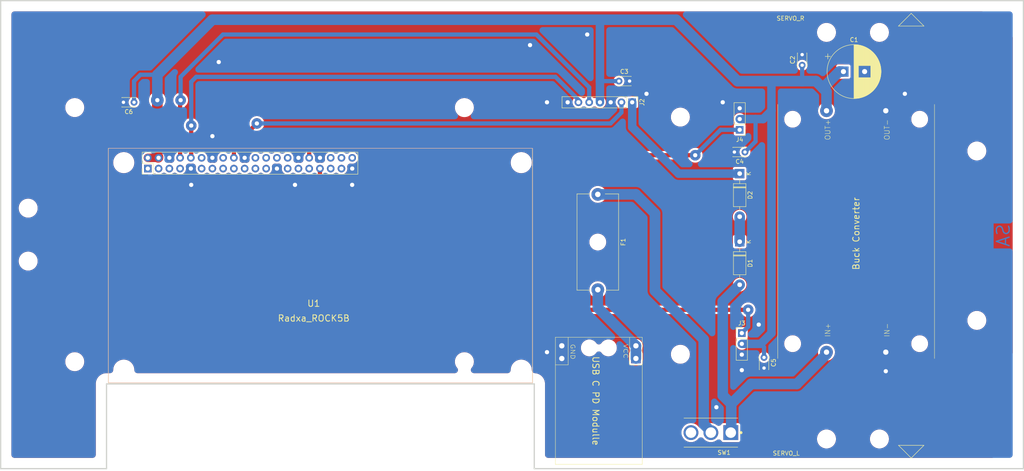
<source format=kicad_pcb>
(kicad_pcb (version 20240108) (generator "pcbnew") (generator_version "8.0")
  (title_block (title "Delta Bot PCB Chassis"))
  (layers (0 "F.Cu" signal) (31 "B.Cu" signal) (34 "B.Paste" user) (35 "F.Paste" user) (36 "B.SilkS" user "B.Silkscreen") (37 "F.SilkS" user "F.Silkscreen") (38 "B.Mask" user) (39 "F.Mask" user) (44 "Edge.Cuts" user))
  (net 0 "")
  (net 1 "GND")
  (net 2 "Net-(J1-VCC)")
  (net 4 "Net-(SW1-B)")
  (net 10 "LIDAR_TX")
  (net 17 "MOTO_CTRL")
  (net 25 "PWM_L")
  (net 26 "+5V")
  (net 27 "LIDAR_RX")
  (net 35 "PWM_R")
  (net 36 "Net-(D2-K)")
  (net 37 "Net-(D1-K)")
  (net 38 "+9V")
  (footprint "deltabot:C_Disc_D3.0mm_W2.0mm_P2.50mm" (layer "F.Cu") (at 202.75 71.75 180)
    (property "Reference" "C4" (at 1.25 -2.25 0) (layer "F.SilkS"))
    (property "Value" "1uF")
    (pad "1" thru_hole circle (at 0 0 180) (size 1.6 1.6) (drill 0.8) (layers "*.Cu" "*.Mask") (net 26 "+5V"))
    (pad "2" thru_hole circle (at 2.5 0 180) (size 1.6 1.6) (drill 0.8) (layers "*.Cu" "*.Mask") (net 1 "GND"))
  )
  (footprint "MountingHole:MountingHole_3.5mm" (layer "F.Cu") (at 136.5 121.25 90)
    (property "Reference" "REF**" (hide yes))
    (property "Value" "MountingHole_3.5mm")
    (pad "" np_thru_hole circle (at 0 0 90) (size 3.5 3.5) (drill 3.5) (layers "*.Cu" "*.Mask"))
  )
  (footprint "MountingHole:MountingHole_3.5mm" (layer "F.Cu") (at 187.5 119.5 180)
    (property "Reference" "REF**" (hide yes))
    (property "Value" "MountingHole_3.5mm")
    (pad "" np_thru_hole circle (at 0 0 180) (size 3.5 3.5) (drill 3.5) (layers "*.Cu" "*.Mask"))
  )
  (footprint "MountingHole:MountingHole_3.5mm" (layer "F.Cu") (at 222 139.5 180)
    (property "Reference" "REF\\" (hide yes))
    (property "Value" "MountingHole_3.5mm")
    (pad "" np_thru_hole circle (at 0 0 180) (size 3.5 3.5) (drill 3.5) (layers "*.Cu" "*.Mask"))
  )
  (footprint "deltabot:PinHeader_1x03_P2.54mm_Vertical" (layer "F.Cu") (at 202 114.5)
    (property "Reference" "J3" (at 0 -2.33 0) (layer "F.SilkS"))
    (property "Value" "MOTOR_L")
    (pad "1" thru_hole rect (at 0 0) (size 1.8 1.8) (drill 1) (layers "*.Cu" "*.Mask") (net 25 "PWM_L"))
    (pad "2" thru_hole oval (at 0 2.54) (size 1.8 1.8) (drill 1) (layers "*.Cu" "*.Mask") (net 26 "+5V"))
    (pad "3" thru_hole oval (at 0 5.08) (size 1.8 1.8) (drill 1) (layers "*.Cu" "*.Mask") (net 1 "GND"))
  )
  (footprint "MountingHole:MountingHole_3.5mm" (layer "F.Cu") (at 257.5 111.5 180)
    (property "Reference" "REF**" (hide yes))
    (property "Value" "MountingHole_3.5mm")
    (pad "" np_thru_hole circle (at 0 0 180) (size 3.5 3.5) (drill 3.5) (layers "*.Cu" "*.Mask"))
  )
  (footprint "deltabot:ROCK_5B" (layer "F.Cu") (at 100.925 109)
    (property "Reference" "U1" (at 0 -1.5 0) (layer "F.SilkS") (effects (font (size 1.5 1.5) (thickness 0.2))))
    (property "Value" "Radxa_ROCK5B" (at 0 2 0) (layer "F.SilkS") (effects (font (size 1.5 1.5) (thickness 0.2))))
    (pad "" np_thru_hole circle (at -44.85 -34.75) (size 4 4) (drill 4) (layers "F&B.Cu" "*.Mask"))
    (pad "" np_thru_hole circle (at -44.85 14.25) (size 4 4) (drill 4) (layers "F&B.Cu" "*.Mask"))
    (pad "" np_thru_hole circle (at 49 -34.75) (size 4 4) (drill 4) (layers "F&B.Cu" "*.Mask"))
    (pad "" np_thru_hole circle (at 49 14.25) (size 4 4) (drill 4) (layers "F&B.Cu" "*.Mask"))
    (pad "1" thru_hole rect (at -39.17 -33.345 90) (size 1.8 1.8) (drill 1) (layers "*.Cu" "*.Mask"))
    (pad "2" thru_hole oval (at -39.17 -35.885 90) (size 1.8 1.8) (drill 1) (layers "*.Cu" "*.Mask") (net 26 "+5V"))
    (pad "3" thru_hole oval (at -36.63 -33.345 90) (size 1.8 1.8) (drill 1) (layers "*.Cu" "*.Mask"))
    (pad "4" thru_hole oval (at -36.63 -35.885 90) (size 1.8 1.8) (drill 1) (layers "*.Cu" "*.Mask") (net 26 "+5V"))
    (pad "5" thru_hole oval (at -34.09 -33.345 90) (size 1.8 1.8) (drill 1) (layers "*.Cu" "*.Mask"))
    (pad "6" thru_hole oval (at -34.09 -35.885 90) (size 1.8 1.8) (drill 1) (layers "*.Cu" "*.Mask") (net 1 "GND"))
    (pad "7" thru_hole oval (at -31.55 -33.345 90) (size 1.8 1.8) (drill 1) (layers "*.Cu" "*.Mask"))
    (pad "8" thru_hole oval (at -31.55 -35.885 90) (size 1.8 1.8) (drill 1) (layers "*.Cu" "*.Mask") (net 10 "LIDAR_TX"))
    (pad "9" thru_hole oval (at -29.01 -33.345 90) (size 1.8 1.8) (drill 1) (layers "*.Cu" "*.Mask") (net 1 "GND"))
    (pad "10" thru_hole oval (at -29.01 -35.885 90) (size 1.8 1.8) (drill 1) (layers "*.Cu" "*.Mask") (net 27 "LIDAR_RX"))
    (pad "11" thru_hole oval (at -26.47 -33.345 90) (size 1.8 1.8) (drill 1) (layers "*.Cu" "*.Mask"))
    (pad "12" thru_hole oval (at -26.47 -35.885 90) (size 1.8 1.8) (drill 1) (layers "*.Cu" "*.Mask"))
    (pad "13" thru_hole oval (at -23.93 -33.345 90) (size 1.8 1.8) (drill 1) (layers "*.Cu" "*.Mask"))
    (pad "14" thru_hole oval (at -23.93 -35.885 90) (size 1.8 1.8) (drill 1) (layers "*.Cu" "*.Mask") (net 1 "GND"))
    (pad "15" thru_hole oval (at -21.39 -33.345 90) (size 1.8 1.8) (drill 1) (layers "*.Cu" "*.Mask"))
    (pad "16" thru_hole oval (at -21.39 -35.885 90) (size 1.8 1.8) (drill 1) (layers "*.Cu" "*.Mask"))
    (pad "17" thru_hole oval (at -18.85 -33.345 90) (size 1.8 1.8) (drill 1) (layers "*.Cu" "*.Mask"))
    (pad "18" thru_hole oval (at -18.85 -35.885 90) (size 1.8 1.8) (drill 1) (layers "*.Cu" "*.Mask") (net 17 "MOTO_CTRL"))
    (pad "19" thru_hole oval (at -16.31 -33.345 90) (size 1.8 1.8) (drill 1) (layers "*.Cu" "*.Mask"))
    (pad "20" thru_hole oval (at -16.31 -35.885 90) (size 1.8 1.8) (drill 1) (layers "*.Cu" "*.Mask") (net 1 "GND"))
    (pad "21" thru_hole oval (at -13.77 -33.345 90) (size 1.8 1.8) (drill 1) (layers "*.Cu" "*.Mask"))
    (pad "22" thru_hole oval (at -13.77 -35.885 90) (size 1.8 1.8) (drill 1) (layers "*.Cu" "*.Mask"))
    (pad "23" thru_hole oval (at -11.23 -33.345 90) (size 1.8 1.8) (drill 1) (layers "*.Cu" "*.Mask"))
    (pad "24" thru_hole oval (at -11.23 -35.885 90) (size 1.8 1.8) (drill 1) (layers "*.Cu" "*.Mask"))
    (pad "25" thru_hole oval (at -8.69 -33.345 90) (size 1.8 1.8) (drill 1) (layers "*.Cu" "*.Mask") (net 1 "GND"))
    (pad "26" thru_hole oval (at -8.69 -35.885 90) (size 1.8 1.8) (drill 1) (layers "*.Cu" "*.Mask"))
    (pad "27" thru_hole oval (at -6.15 -33.345 90) (size 1.8 1.8) (drill 1) (layers "*.Cu" "*.Mask"))
    (pad "28" thru_hole oval (at -6.15 -35.885 90) (size 1.8 1.8) (drill 1) (layers "*.Cu" "*.Mask"))
    (pad "29" thru_hole oval (at -3.61 -33.345 90) (size 1.8 1.8) (drill 1) (layers "*.Cu" "*.Mask"))
    (pad "30" thru_hole oval (at -3.61 -35.885 90) (size 1.8 1.8) (drill 1) (layers "*.Cu" "*.Mask") (net 1 "GND"))
    (pad "31" thru_hole oval (at -1.07 -33.345 90) (size 1.8 1.8) (drill 1) (layers "*.Cu" "*.Mask"))
    (pad "32" thru_hole oval (at -1.07 -35.885 90) (size 1.8 1.8) (drill 1) (layers "*.Cu" "*.Mask") (net 35 "PWM_R"))
    (pad "33" thru_hole oval (at 1.47 -33.345 90) (size 1.8 1.8) (drill 1) (layers "*.Cu" "*.Mask") (net 25 "PWM_L"))
    (pad "34" thru_hole oval (at 1.47 -35.885 90) (size 1.8 1.8) (drill 1) (layers "*.Cu" "*.Mask") (net 1 "GND"))
    (pad "35" thru_hole oval (at 4.01 -33.345 90) (size 1.8 1.8) (drill 1) (layers "*.Cu" "*.Mask"))
    (pad "36" thru_hole oval (at 4.01 -35.885 90) (size 1.8 1.8) (drill 1) (layers "*.Cu" "*.Mask"))
    (pad "37" thru_hole oval (at 6.55 -33.345 90) (size 1.8 1.8) (drill 1) (layers "*.Cu" "*.Mask"))
    (pad "38" thru_hole oval (at 6.55 -35.885 90) (size 1.8 1.8) (drill 1) (layers "*.Cu" "*.Mask"))
    (pad "39" thru_hole oval (at 9.09 -33.345 90) (size 1.8 1.8) (drill 1) (layers "*.Cu" "*.Mask") (net 1 "GND"))
    (pad "40" thru_hole oval (at 9.09 -35.885 90) (size 1.8 1.8) (drill 1) (layers "*.Cu" "*.Mask"))
  )
  (footprint "MountingHole:MountingHole_3.5mm" (layer "F.Cu") (at 257.5 71.5 180)
    (property "Reference" "REF**" (hide yes))
    (property "Value" "MountingHole_3.5mm")
    (pad "" np_thru_hole circle (at 0 0 180) (size 3.5 3.5) (drill 3.5) (layers "*.Cu" "*.Mask"))
  )
  (footprint "MountingHole:MountingHole_3.5mm" (layer "F.Cu") (at 33.5 85 90)
    (property "Reference" "REF**" (hide yes))
    (property "Value" "MountingHole_3.5mm")
    (pad "" np_thru_hole circle (at 0 0 90) (size 3.5 3.5) (drill 3.5) (layers "*.Cu" "*.Mask"))
  )
  (footprint "deltabot:D_DO-41_SOD81_P10.16mm_Horizontal" (layer "F.Cu") (at 201.5 76.84 -90)
    (property "Reference" "D2" (at 5.08 -2.47 -90) (layer "F.SilkS"))
    (property "Value" "D")
    (fp_text user "K" (at 0 -2.1 -90) (layer "F.SilkS"))
    (pad "1" thru_hole rect (at 0 0 270) (size 2.2 2.2) (drill 1.1) (layers "*.Cu" "*.Mask") (net 36 "Net-(D2-K)"))
    (pad "2" thru_hole oval (at 10.16 0 270) (size 2.2 2.2) (drill 1.1) (layers "*.Cu" "*.Mask") (net 37 "Net-(D1-K)"))
  )
  (footprint "MountingHole:MountingHole_3.5mm" (layer "F.Cu") (at 44.5 121.25 90)
    (property "Reference" "REF**" (hide yes))
    (property "Value" "MountingHole_3.5mm")
    (pad "" np_thru_hole circle (at 0 0 90) (size 3.5 3.5) (drill 3.5) (layers "*.Cu" "*.Mask"))
  )
  (footprint "MountingHole:MountingHole_3.5mm" (layer "F.Cu") (at 136.5 61.25 90)
    (property "Reference" "REF**" (hide yes))
    (property "Value" "MountingHole_3.5mm")
    (pad "" np_thru_hole circle (at 0 0 90) (size 3.5 3.5) (drill 3.5) (layers "*.Cu" "*.Mask"))
  )
  (footprint "deltabot:BUCK_CONV" (layer "F.Cu") (at 229 91 90)
    (property "Reference" "U2")
    (property "Value" "Buck Converter" (at 0 0 90) (layer "F.SilkS") (effects (font (size 1.5 1.5) (thickness 0.2))))
    (fp_text user "IN-" (at -24.5 8 90) (layer "F.SilkS") (effects (font (size 1.2 1.2) (thickness 0.1)) (justify left bottom)))
    (fp_text user "OUT+" (at 22 -6 90) (layer "F.SilkS") (effects (font (size 1.2 1.2) (thickness 0.1)) (justify left bottom)))
    (fp_text user "OUT-" (at 22 8 90) (layer "F.SilkS") (effects (font (size 1.2 1.2) (thickness 0.1)) (justify left bottom)))
    (fp_text user "IN+" (at -24.5 -6 90) (layer "F.SilkS") (effects (font (size 1.2 1.2) (thickness 0.1)) (justify left bottom)))
    (pad "" np_thru_hole circle (at -26 -15 90) (size 3 3) (drill 3) (layers "F&B.Cu"))
    (pad "" np_thru_hole circle (at -26 15 90) (size 3 3) (drill 3) (layers "F&B.Cu"))
    (pad "" np_thru_hole circle (at 27 -15 90) (size 3 3) (drill 3) (layers "F&B.Cu"))
    (pad "" np_thru_hole circle (at 27 15 90) (size 3 3) (drill 3) (layers "F&B.Cu"))
    (pad "1" thru_hole circle (at -28 -7 90) (size 3 3) (drill 1.25) (layers "*.Cu" "*.Mask") (net 38 "+9V"))
    (pad "2" thru_hole circle (at -28 7 90) (size 3 3) (drill 1.25) (layers "*.Cu" "*.Mask") (net 1 "GND"))
    (pad "3" thru_hole circle (at 29 -7 90) (size 3 3) (drill 1.25) (layers "*.Cu" "*.Mask") (net 26 "+5V"))
    (pad "4" thru_hole circle (at 29 7 90) (size 3 3) (drill 1.25) (layers "*.Cu" "*.Mask") (net 1 "GND"))
  )
  (footprint "deltabot:USB_C" (layer "F.Cu") (at 168.5 130.5 -90)
    (property "Reference" "J1")
    (property "Value" "USB C PD Modulle" (at 0 1 -90) (layer "F.SilkS") (effects (font (size 1.5 1.5) (thickness 0.2))))
    (fp_text user "VCC" (at -13.5 -5.5 -90) (layer "F.SilkS") (effects (font (size 1 1.2) (thickness 0.1)) (justify left bottom)))
    (fp_text user "GND" (at -13.5 7 -90) (layer "F.SilkS") (effects (font (size 1 1.2) (thickness 0.1)) (justify left bottom)))
    (pad "" np_thru_hole circle (at -12.5 -2 270) (size 3 3) (drill 3) (layers "F&B.Cu" "*.Mask"))
    (pad "" np_thru_hole circle (at -12.5 2.5 270) (size 2.5 2.5) (drill 3) (layers "F&B.Cu" "*.Mask"))
    (pad "1" thru_hole circle (at -13 -8.5 270) (size 2.25 2.25) (drill 1.25) (layers "*.Cu" "*.Mask") (net 2 "Net-(J1-VCC)"))
    (pad "1" thru_hole rect (at -10 -8.5 270) (size 2.25 2.25) (drill 1.25) (layers "*.Cu" "*.Mask") (net 2 "Net-(J1-VCC)"))
    (pad "2" thru_hole circle (at -13 9 270) (size 2.25 2.25) (drill 1.25) (layers "*.Cu" "*.Mask") (net 1 "GND"))
    (pad "2" thru_hole rect (at -10 9 270) (size 2.25 2.25) (drill 1.25) (layers "*.Cu" "*.Mask") (net 1 "GND"))
  )
  (footprint "deltabot:D_DO-41_SOD81_P10.16mm_Horizontal" (layer "F.Cu") (at 201.5 92.92 -90)
    (property "Reference" "D1" (at 5.08 -2.47 -90) (layer "F.SilkS"))
    (property "Value" "D")
    (fp_text user "K" (at 0 -2.1 -90) (layer "F.SilkS"))
    (pad "1" thru_hole rect (at 0 0 270) (size 2.2 2.2) (drill 1.1) (layers "*.Cu" "*.Mask") (net 37 "Net-(D1-K)"))
    (pad "2" thru_hole oval (at 10.16 0 270) (size 2.2 2.2) (drill 1.1) (layers "*.Cu" "*.Mask") (net 38 "+9V"))
  )
  (footprint "deltabot:C_Disc_D3.0mm_W2.0mm_P2.50mm" (layer "F.Cu") (at 173 55)
    (property "Reference" "C3" (at 1.25 -2.25 0) (layer "F.SilkS"))
    (property "Value" "1uF")
    (pad "1" thru_hole circle (at 0 0) (size 1.6 1.6) (drill 0.8) (layers "*.Cu" "*.Mask") (net 26 "+5V"))
    (pad "2" thru_hole circle (at 2.5 0) (size 1.6 1.6) (drill 0.8) (layers "*.Cu" "*.Mask") (net 1 "GND"))
  )
  (footprint "deltabot:PinHeader_1x03_P2.54mm_Vertical" (layer "F.Cu") (at 201.5 66.5 180)
    (property "Reference" "J4" (at 0 -2.33 180) (layer "F.SilkS"))
    (property "Value" "MOTOR_R")
    (pad "1" thru_hole rect (at 0 0 180) (size 1.8 1.8) (drill 1) (layers "*.Cu" "*.Mask") (net 35 "PWM_R"))
    (pad "2" thru_hole oval (at 0 2.54 180) (size 1.8 1.8) (drill 1) (layers "*.Cu" "*.Mask") (net 26 "+5V"))
    (pad "3" thru_hole oval (at 0 5.08 180) (size 1.8 1.8) (drill 1) (layers "*.Cu" "*.Mask") (net 1 "GND"))
  )
  (footprint "MountingHole:MountingHole_3.5mm" (layer "F.Cu") (at 33.5 97.5 90)
    (property "Reference" "REF**" (hide yes))
    (property "Value" "MountingHole_3.5mm")
    (pad "" np_thru_hole circle (at 0 0 90) (size 3.5 3.5) (drill 3.5) (layers "*.Cu" "*.Mask"))
  )
  (footprint "deltabot:C_Disc_D3.0mm_W2.0mm_P2.50mm" (layer "F.Cu") (at 207.25 120.25 -90)
    (property "Reference" "C5" (at 1.25 -2.25 90) (layer "F.SilkS"))
    (property "Value" "1uF")
    (pad "1" thru_hole circle (at 0 0 270) (size 1.6 1.6) (drill 0.8) (layers "*.Cu" "*.Mask") (net 26 "+5V"))
    (pad "2" thru_hole circle (at 2.5 0 270) (size 1.6 1.6) (drill 0.8) (layers "*.Cu" "*.Mask") (net 1 "GND"))
  )
  (footprint "MountingHole:MountingHole_3.5mm" (layer "F.Cu") (at 234.5 139.5 180)
    (property "Reference" "REF**" (hide yes))
    (property "Value" "MountingHole_3.5mm")
    (pad "" np_thru_hole circle (at 0 0 180) (size 3.5 3.5) (drill 3.5) (layers "*.Cu" "*.Mask"))
  )
  (footprint "MountingHole:MountingHole_3.5mm" (layer "F.Cu") (at 187.5 63.5 180)
    (property "Reference" "REF**" (hide yes))
    (property "Value" "MountingHole_3.5mm")
    (pad "" np_thru_hole circle (at 0 0 180) (size 3.5 3.5) (drill 3.5) (layers "*.Cu" "*.Mask"))
  )
  (footprint "deltabot:C_Disc_D3.0mm_W2.0mm_P2.50mm" (layer "F.Cu") (at 216.25 51.25 90)
    (property "Reference" "C2" (at 1.25 -2.25 90) (layer "F.SilkS"))
    (property "Value" "1uF")
    (pad "1" thru_hole circle (at 0 0 90) (size 1.6 1.6) (drill 0.8) (layers "*.Cu" "*.Mask") (net 26 "+5V"))
    (pad "2" thru_hole circle (at 2.5 0 90) (size 1.6 1.6) (drill 0.8) (layers "*.Cu" "*.Mask") (net 1 "GND"))
  )
  (footprint "MountingHole:MountingHole_3.5mm" (layer "F.Cu") (at 222 43.5 180)
    (property "Reference" "REF**" (hide yes))
    (property "Value" "MountingHole_3.5mm")
    (pad "" np_thru_hole circle (at 0 0 180) (size 3.5 3.5) (drill 3.5) (layers "*.Cu" "*.Mask"))
  )
  (footprint "deltabot:Fuseholder_Cylinder-5x20mm_Schurter_0031_8201_Horizontal_Open" (layer "F.Cu") (at 168 81.75 -90)
    (property "Reference" "F1" (at 11.25 -6 -90) (layer "F.SilkS"))
    (property "Value" "Fuse")
    (pad "" np_thru_hole circle (at 11.25 0 270) (size 3 3) (drill 3) (layers "F&B.Cu" "*.Mask"))
    (pad "1" thru_hole circle (at 0 0 270) (size 3 3) (drill 1.3) (layers "*.Cu" "*.Mask") (net 4 "Net-(SW1-B)"))
    (pad "2" thru_hole circle (at 22.5 0 270) (size 3 3) (drill 1.3) (layers "*.Cu" "*.Mask") (net 2 "Net-(J1-VCC)"))
  )
  (footprint "deltabot:TE_4-1825136-5" (layer "F.Cu") (at 194.699 138 180)
    (property "Reference" "SW1" (at -3.11633 -4.71201 180) (layer "F.SilkS") (effects (font (size 1.000425 1.000425))))
    (property "Value" "SW_SPDT")
    (pad "1" thru_hole rect (at -4.699 0 180) (size 3.5 3.5) (drill 2.5) (layers "*.Cu" "*.Mask") (net 38 "+9V"))
    (pad "2" thru_hole circle (at 0 0 180) (size 3.5 3.5) (drill 2.5) (layers "*.Cu" "*.Mask") (net 4 "Net-(SW1-B)"))
    (pad "3" thru_hole circle (at 4.699 0 180) (size 3.5 3.5) (drill 2.5) (layers "*.Cu" "*.Mask"))
  )
  (footprint "deltabot:PinHeader_1x07_P2.54mm_Vertical" (layer "F.Cu") (at 176.125 60 -90)
    (property "Reference" "J2" (at 0 -2.33 -90) (layer "F.SilkS"))
    (property "Value" "LIDAR")
    (pad "1" thru_hole rect (at 0 0 270) (size 1.8 1.8) (drill 1) (layers "*.Cu" "*.Mask") (net 36 "Net-(D2-K)"))
    (pad "2" thru_hole oval (at 0 2.54 270) (size 1.8 1.8) (drill 1) (layers "*.Cu" "*.Mask") (net 17 "MOTO_CTRL"))
    (pad "3" thru_hole oval (at 0 5.08 270) (size 1.8 1.8) (drill 1) (layers "*.Cu" "*.Mask") (net 1 "GND"))
    (pad "4" thru_hole oval (at 0 7.62 270) (size 1.8 1.8) (drill 1) (layers "*.Cu" "*.Mask") (net 26 "+5V"))
    (pad "5" thru_hole oval (at 0 10.16 270) (size 1.8 1.8) (drill 1) (layers "*.Cu" "*.Mask") (net 10 "LIDAR_TX"))
    (pad "6" thru_hole oval (at 0 12.7 270) (size 1.8 1.8) (drill 1) (layers "*.Cu" "*.Mask") (net 27 "LIDAR_RX"))
    (pad "7" thru_hole oval (at 0 15.24 270) (size 1.8 1.8) (drill 1) (layers "*.Cu" "*.Mask") (net 1 "GND"))
  )
  (footprint "MountingHole:MountingHole_3.5mm" (layer "F.Cu") (at 44.5 61.25 90)
    (property "Reference" "REF**" (hide yes))
    (property "Value" "MountingHole_3.5mm")
    (pad "" np_thru_hole circle (at 0 0 90) (size 3.5 3.5) (drill 3.5) (layers "*.Cu" "*.Mask"))
  )
  (footprint "MountingHole:MountingHole_3.5mm" (layer "F.Cu") (at 234.5 43.5 180)
    (property "Reference" "REF**" (hide yes))
    (property "Value" "MountingHole_3.5mm")
    (pad "" np_thru_hole circle (at 0 0 180) (size 3.5 3.5) (drill 3.5) (layers "*.Cu" "*.Mask"))
  )
  (footprint "deltabot:CP_Radial_D12.5mm_P5.00mm" (layer "F.Cu") (at 226 52.75)
    (property "Reference" "C1" (at 2.5 -7.5 0) (layer "F.SilkS"))
    (property "Value" "2200uF")
    (pad "1" thru_hole rect (at 0 0) (size 2.4 2.4) (drill 1.2) (layers "*.Cu" "*.Mask") (net 26 "+5V"))
    (pad "2" thru_hole circle (at 5 0) (size 2.4 2.4) (drill 1.2) (layers "*.Cu" "*.Mask") (net 1 "GND"))
  )
  (footprint "deltabot:C_Disc_D3.0mm_W2.0mm_P2.50mm" (layer "F.Cu") (at 58.5 60 180)
    (property "Reference" "C6" (at 1.25 -2.25 0) (layer "F.SilkS"))
    (property "Value" "1uF")
    (pad "1" thru_hole circle (at 0 0 180) (size 1.6 1.6) (drill 0.8) (layers "*.Cu" "*.Mask") (net 26 "+5V"))
    (pad "2" thru_hole circle (at 2.5 0 180) (size 1.6 1.6) (drill 0.8) (layers "*.Cu" "*.Mask") (net 1 "GND"))
  )
  (gr_line (start 239 141) (end 242 144) (stroke (width 0.12)) (layer "F.SilkS"))
  (gr_line (start 245 42) (end 242 39) (stroke (width 0.12)) (layer "F.SilkS"))
  (gr_line (start 242 39) (end 239 42) (stroke (width 0.12)) (layer "F.SilkS"))
  (gr_line (start 239 42) (end 245 42) (stroke (width 0.12)) (layer "F.SilkS"))
  (gr_line (start 245 141) (end 239 141) (stroke (width 0.12)) (layer "F.SilkS"))
  (gr_line (start 242 144) (end 245 141) (stroke (width 0.12)) (layer "F.SilkS"))
  (gr_line (start 52 126.5) (end 153 126.5) (stroke (width 0.3)) (layer "Edge.Cuts"))
  (gr_line (start 52 146.5) (end 27 146.5) (stroke (width 0.3)) (layer "Edge.Cuts"))
  (gr_line (start 268.5 36) (end 268.5 146.5) (stroke (width 0.3)) (layer "Edge.Cuts"))
  (gr_line (start 153 126.5) (end 153 146.5) (stroke (width 0.3)) (layer "Edge.Cuts"))
  (gr_line (start 268.5 146.5) (end 153 146.5) (stroke (width 0.3)) (layer "Edge.Cuts"))
  (gr_line (start 27 146.5) (end 27 36) (stroke (width 0.3)) (layer "Edge.Cuts"))
  (gr_line (start 52 146.5) (end 52 126.5) (stroke (width 0.3)) (layer "Edge.Cuts"))
  (gr_line (start 27 36) (end 268.5 36) (stroke (width 0.3)) (layer "Edge.Cuts"))
  (gr_text "Δ\n" (at 266 44 90) (layer "F.Cu") (effects (font (size 5 4) (thickness 0.8) (bold yes)) (justify left bottom)))
  (gr_text "Delta-Bot" (at 266 143.5 90) (layer "F.Cu") (effects (font (size 3 3) (thickness 0.6) (bold yes)) (justify left bottom)))
  (gr_text "OFF\n" (at 202.5 140 0) (layer "F.Cu") (effects (font (size 3 2) (thickness 0.3)) (justify left bottom)))
  (gr_text "ON\n" (at 182 140 0) (layer "F.Cu") (effects (font (size 3 2) (thickness 0.3)) (justify left bottom)))
  (gr_text "SA" (at 265.5 88.5 90) (layer "B.Cu") (effects (font (size 3 3) (thickness 0.3)) (justify left bottom mirror)))
  (gr_text "SERVO_L\n\n\n" (at 212.5 144.5 0) (layer "F.SilkS") (effects (font (size 1 1))))
  (gr_text "SERVO_R\n\n" (at 213.5 41 0) (layer "F.SilkS") (effects (font (size 1 1))))
  (via (at 156 60) (size 2.5) (drill 1) (layers "F.Cu" "B.Cu") (net 1))
  (via (at 72 79.5) (size 2.5) (drill 1) (layers "F.Cu" "B.Cu") (net 1))
  (via (at 236 123.5) (size 2.5) (drill 1) (layers "F.Cu" "B.Cu") (net 1))
  (via (at 202 123.25) (size 2.5) (drill 1) (layers "F.Cu" "B.Cu") (net 1))
  (via (at 206 112.5) (size 2.5) (drill 1) (layers "F.Cu" "B.Cu") (net 1))
  (via (at 165.5 44) (size 2.5) (drill 1) (layers "F.Cu" "B.Cu") (net 1))
  (via (at 152 46.5) (size 2.5) (drill 1) (layers "F.Cu" "B.Cu") (net 1))
  (via (at 78.5 50.5) (size 2.5) (drill 1) (layers "F.Cu" "B.Cu") (net 1))
  (via (at 240.5 58) (size 2.5) (drill 1) (layers "F.Cu" "B.Cu") (net 1))
  (via (at 196 132) (size 2.5) (drill 1) (layers "F.Cu" "B.Cu") (net 1))
  (via (at 110 79.5) (size 2.5) (drill 1) (layers "F.Cu" "B.Cu") (net 1))
  (via (at 179.5 58) (size 2.5) (drill 1) (layers "F.Cu" "B.Cu") (net 1))
  (via (at 77 68) (size 2.5) (drill 1) (layers "F.Cu" "B.Cu") (net 1))
  (via (at 197.5 60) (size 2.5) (drill 1) (layers "F.Cu" "B.Cu") (net 1))
  (via (at 156 119) (size 2.5) (drill 1) (layers "F.Cu" "B.Cu") (net 1))
  (via (at 96.5 79.5) (size 2.5) (drill 1) (layers "F.Cu" "B.Cu") (net 1))
  (segment (start 230.75 52.75) (end 236 58) (width 2.5) (layer "B.Cu") (net 1))
  (segment (start 236 58) (end 236 62) (width 2.5) (layer "B.Cu") (net 1))
  (segment (start 168 104.25) (end 168 108.5) (width 2.5) (layer "B.Cu") (net 2))
  (segment (start 177 117.5) (end 177 120.5) (width 2.5) (layer "B.Cu") (net 2))
  (segment (start 168 108.5) (end 177 117.5) (width 2.5) (layer "B.Cu") (net 2))
  (segment (start 181.5 104.5) (end 181.5 86.25) (width 2.5) (layer "B.Cu") (net 4))
  (segment (start 194.5 137.5) (end 193 136) (width 2.5) (layer "B.Cu") (net 4))
  (segment (start 181.5 86.25) (end 177 81.75) (width 2.5) (layer "B.Cu") (net 4))
  (segment (start 193 136) (end 193 116) (width 2.5) (layer "B.Cu") (net 4))
  (segment (start 193 116) (end 181.5 104.5) (width 2.5) (layer "B.Cu") (net 4))
  (segment (start 177 81.75) (end 168 81.75) (width 2.5) (layer "B.Cu") (net 4))
  (segment (start 69.375 59.625) (end 69.375 73.115) (width 1) (layer "F.Cu") (net 10))
  (segment (start 69.5 59.5) (end 69.375 59.625) (width 1) (layer "F.Cu") (net 10))
  (via (at 69.5 59.5) (size 2.5) (drill 1) (layers "F.Cu" "B.Cu") (net 10))
  (segment (start 79.5 44) (end 153.5 44) (width 1) (layer "B.Cu") (net 10))
  (segment (start 165.965 56.465) (end 165.965 60) (width 1) (layer "B.Cu") (net 10))
  (segment (start 69.5 54) (end 79.5 44) (width 1) (layer "B.Cu") (net 10))
  (segment (start 153.5 44) (end 165.965 56.465) (width 1) (layer "B.Cu") (net 10))
  (segment (start 69.5 59.5) (end 69.5 54) (width 1) (layer "B.Cu") (net 10))
  (segment (start 82.075 70.425) (end 82.075 73.115) (width 1) (layer "F.Cu") (net 17))
  (segment (start 87.5 65) (end 82.075 70.425) (width 1) (layer "F.Cu") (net 17))
  (via (at 87.5 65) (size 2.5) (drill 1) (layers "F.Cu" "B.Cu") (net 17))
  (segment (start 173.585 62.415) (end 173.585 60) (width 1) (layer "B.Cu") (net 17))
  (segment (start 171 65) (end 173.585 62.415) (width 1) (layer "B.Cu") (net 17))
  (segment (start 87.5 65) (end 171 65) (width 1) (layer "B.Cu") (net 17))
  (segment (start 129.5 109) (end 102.395 81.895) (width 1) (layer "F.Cu") (net 25))
  (segment (start 102.395 81.895) (end 102.395 75.655) (width 1) (layer "F.Cu") (net 25))
  (segment (start 203.5 109) (end 129.5 109) (width 1) (layer "F.Cu") (net 25))
  (via (at 203.5 109) (size 2.5) (drill 1) (layers "F.Cu" "B.Cu") (net 25))
  (segment (start 203.5 109) (end 203.5 113) (width 1) (layer "B.Cu") (net 25))
  (segment (start 203.5 113) (end 202 114.5) (width 1) (layer "B.Cu") (net 25))
  (segment (start 64 72.82) (end 64.185 73.005) (width 2.5) (layer "F.Cu") (net 26))
  (segment (start 64 59.5) (end 64 72.82) (width 2.5) (layer "F.Cu") (net 26))
  (segment (start 64.295 73.115) (end 61.755 73.115) (width 2) (layer "F.Cu") (net 26))
  (via (at 64 59.5) (size 3) (drill 1) (layers "F.Cu" "B.Cu") (net 26))
  (segment (start 221.125 56.625) (end 222 57.5) (width 2.5) (layer "B.Cu") (net 26))
  (segment (start 168.505 60) (end 168.505 55) (width 2) (layer "B.Cu") (net 26))
  (segment (start 173 55) (end 168.505 55) (width 1) (layer "B.Cu") (net 26))
  (segment (start 221.125 56.625) (end 225 52.75) (width 2.5) (layer "B.Cu") (net 26))
  (segment (start 205.25 63.96) (end 201.5 63.96) (width 2) (layer "B.Cu") (net 26))
  (segment (start 209 62) (end 209 56) (width 2) (layer "B.Cu") (net 26))
  (segment (start 58.5 60) (end 58.5 55) (width 1) (layer "B.Cu") (net 26))
  (segment (start 225 52.75) (end 225.75 52.75) (width 2.5) (layer "B.Cu") (net 26))
  (segment (start 186.5 40.5) (end 201 55) (width 2.5) (layer "B.Cu") (net 26))
  (segment (start 219.5 55) (end 221.125 56.625) (width 2.5) (layer "B.Cu") (net 26))
  (segment (start 209 62) (end 209 114.5) (width 2) (layer "B.Cu") (net 26))
  (segment (start 60 53.5) (end 64 53.5) (width 1) (layer "B.Cu") (net 26))
  (segment (start 207.04 63.96) (end 205.25 63.96) (width 2) (layer "B.Cu") (net 26))
  (segment (start 201 55) (end 216.25 55) (width 2.5) (layer "B.Cu") (net 26))
  (segment (start 77 40.5) (end 186.5 40.5) (width 2.5) (layer "B.Cu") (net 26))
  (segment (start 64 53.5) (end 77 40.5) (width 2.5) (layer "B.Cu") (net 26))
  (segment (start 205.25 69.25) (end 205.25 63.96) (width 1) (layer "B.Cu") (net 26))
  (segment (start 216.25 51.25) (end 216.25 55) (width 1) (layer "B.Cu") (net 26))
  (segment (start 64 55.75) (end 64 53.5) (width 2.5) (layer "B.Cu") (net 26))
  (segment (start 222 57.5) (end 222 62) (width 2.5) (layer "B.Cu") (net 26))
  (segment (start 64 59.5) (end 64 55.75) (width 2.5) (layer "B.Cu") (net 26))
  (segment (start 168.505 55) (end 168.505 40.995) (width 2) (layer "B.Cu") (net 26))
  (segment (start 207.25 117.83) (end 206.46 117.04) (width 1) (layer "B.Cu") (net 26))
  (segment (start 58.5 60.25) (end 58.5 60) (width 1) (layer "B.Cu") (net 26))
  (segment (start 58.5 55) (end 60 53.5) (width 1) (layer "B.Cu") (net 26))
  (segment (start 209 114.5) (end 206.46 117.04) (width 2) (layer "B.Cu") (net 26))
  (segment (start 202.75 71.75) (end 205.25 69.25) (width 1) (layer "B.Cu") (net 26))
  (segment (start 216.25 55) (end 219.5 55) (width 2.5) (layer "B.Cu") (net 26))
  (segment (start 206.46 117.04) (end 202 117.04) (width 2) (layer "B.Cu") (net 26))
  (segment (start 207.25 120.25) (end 207.25 117.83) (width 1) (layer "B.Cu") (net 26))
  (segment (start 209 62) (end 207.04 63.96) (width 2) (layer "B.Cu") (net 26))
  (segment (start 72 65.5) (end 72 73.03) (width 1) (layer "F.Cu") (net 27))
  (segment (start 72 73.03) (end 71.915 73.115) (width 1) (layer "F.Cu") (net 27))
  (via (at 72 65.5) (size 2.5) (drill 1) (layers "F.Cu" "B.Cu") (net 27))
  (segment (start 73.17 54) (end 158 54) (width 1) (layer "B.Cu") (net 27))
  (segment (start 158 54) (end 163.425 59.425) (width 1) (layer "B.Cu") (net 27))
  (segment (start 72 65.5) (end 72 55.17) (width 1) (layer "B.Cu") (net 27))
  (segment (start 163.425 59.425) (end 163.425 59.925) (width 1) (layer "B.Cu") (net 27))
  (segment (start 72 55.17) (end 73.17 54) (width 1) (layer "B.Cu") (net 27))
  (segment (start 99.855 73.115) (end 99.855 69.145) (width 1) (layer "F.Cu") (net 35))
  (segment (start 173 68) (end 177.5 72.5) (width 1) (layer "F.Cu") (net 35))
  (segment (start 99.855 69.145) (end 101 68) (width 1) (layer "F.Cu") (net 35))
  (segment (start 101 68) (end 173 68) (width 1) (layer "F.Cu") (net 35))
  (segment (start 177.5 72.5) (end 191 72.5) (width 1) (layer "F.Cu") (net 35))
  (via (at 191 72.5) (size 2.5) (drill 1) (layers "F.Cu" "B.Cu") (net 35))
  (segment (start 191 72.5) (end 197 66.5) (width 1) (layer "B.Cu") (net 35))
  (segment (start 197 66.5) (end 201.5 66.5) (width 1) (layer "B.Cu") (net 35))
  (segment (start 176.125 65.885) (end 187.08 76.84) (width 2) (layer "B.Cu") (net 36))
  (segment (start 176.125 60) (end 176.125 65.885) (width 2) (layer "B.Cu") (net 36))
  (segment (start 187.08 76.84) (end 201.5 76.84) (width 2) (layer "B.Cu") (net 36))
  (segment (start 201.5 87) (end 201.5 92.92) (width 2.5) (layer "B.Cu") (net 37))
  (segment (start 199.5 131.199) (end 204.199 126.5) (width 2.5) (layer "B.Cu") (net 38))
  (segment (start 201.5 103.08) (end 197.5 107.08) (width 2.5) (layer "B.Cu") (net 38))
  (segment (start 204.199 126.5) (end 215 126.5) (width 2.5) (layer "B.Cu") (net 38))
  (segment (start 197.5 107.08) (end 197.5 129.199) (width 2.5) (layer "B.Cu") (net 38))
  (segment (start 199.5 137.898) (end 199.5 131.199) (width 2.5) (layer "B.Cu") (net 38))
  (segment (start 197.5 129.199) (end 199.5 131.199) (width 2.5) (layer "B.Cu") (net 38))
  (segment (start 199.398 138) (end 199.5 137.898) (width 2.5) (layer "B.Cu") (net 38))
  (segment (start 215 126.5) (end 222 119.5) (width 2.5) (layer "B.Cu") (net 38))
  (segment (start 222 119.5) (end 222 119) (width 2.5) (layer "B.Cu") (net 38))
  (zone (net 1) (net_name "GND") (layers "F&B.Cu") (connect_pads yes (clearance 0)) (min_thickness 1.5) (fill yes (thermal_gap 1.5) (thermal_bridge_width 1.5) (island_removal_mode 1) (island_area_min 10))
    (polygon (pts (xy 27 36) (xy 268.5 36) (xy 268.5 146.5) (xy 27 146.5)))
  )
)
</source>
